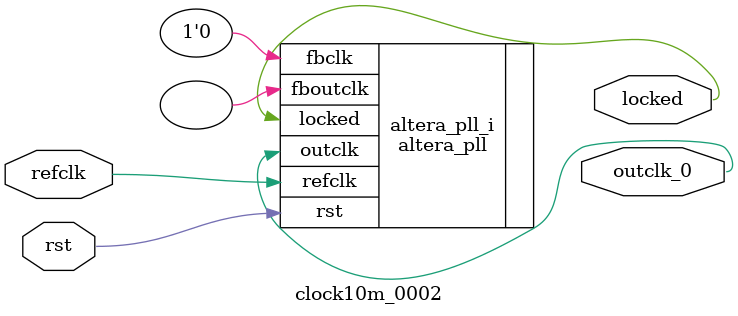
<source format=v>
`timescale 1ns/10ps
module  clock10m_0002(

	// interface 'refclk'
	input wire refclk,

	// interface 'reset'
	input wire rst,

	// interface 'outclk0'
	output wire outclk_0,

	// interface 'locked'
	output wire locked
);

	altera_pll #(
		.fractional_vco_multiplier("false"),
		.reference_clock_frequency("50.0 MHz"),
		.operation_mode("normal"),
		.number_of_clocks(1),
		.output_clock_frequency0("10.000000 MHz"),
		.phase_shift0("0 ps"),
		.duty_cycle0(50),
		.output_clock_frequency1("0 MHz"),
		.phase_shift1("0 ps"),
		.duty_cycle1(50),
		.output_clock_frequency2("0 MHz"),
		.phase_shift2("0 ps"),
		.duty_cycle2(50),
		.output_clock_frequency3("0 MHz"),
		.phase_shift3("0 ps"),
		.duty_cycle3(50),
		.output_clock_frequency4("0 MHz"),
		.phase_shift4("0 ps"),
		.duty_cycle4(50),
		.output_clock_frequency5("0 MHz"),
		.phase_shift5("0 ps"),
		.duty_cycle5(50),
		.output_clock_frequency6("0 MHz"),
		.phase_shift6("0 ps"),
		.duty_cycle6(50),
		.output_clock_frequency7("0 MHz"),
		.phase_shift7("0 ps"),
		.duty_cycle7(50),
		.output_clock_frequency8("0 MHz"),
		.phase_shift8("0 ps"),
		.duty_cycle8(50),
		.output_clock_frequency9("0 MHz"),
		.phase_shift9("0 ps"),
		.duty_cycle9(50),
		.output_clock_frequency10("0 MHz"),
		.phase_shift10("0 ps"),
		.duty_cycle10(50),
		.output_clock_frequency11("0 MHz"),
		.phase_shift11("0 ps"),
		.duty_cycle11(50),
		.output_clock_frequency12("0 MHz"),
		.phase_shift12("0 ps"),
		.duty_cycle12(50),
		.output_clock_frequency13("0 MHz"),
		.phase_shift13("0 ps"),
		.duty_cycle13(50),
		.output_clock_frequency14("0 MHz"),
		.phase_shift14("0 ps"),
		.duty_cycle14(50),
		.output_clock_frequency15("0 MHz"),
		.phase_shift15("0 ps"),
		.duty_cycle15(50),
		.output_clock_frequency16("0 MHz"),
		.phase_shift16("0 ps"),
		.duty_cycle16(50),
		.output_clock_frequency17("0 MHz"),
		.phase_shift17("0 ps"),
		.duty_cycle17(50),
		.pll_type("General"),
		.pll_subtype("General")
	) altera_pll_i (
		.rst	(rst),
		.outclk	({outclk_0}),
		.locked	(locked),
		.fboutclk	( ),
		.fbclk	(1'b0),
		.refclk	(refclk)
	);
endmodule


</source>
